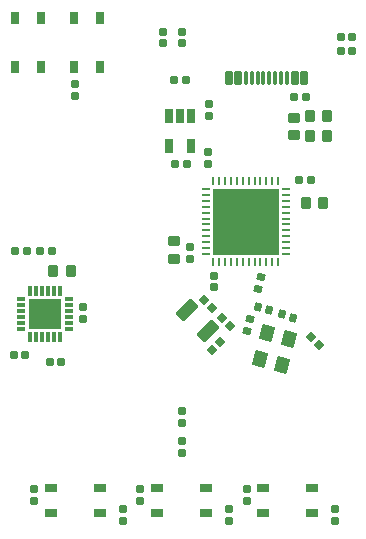
<source format=gbr>
%TF.GenerationSoftware,Altium Limited,Altium Designer,24.5.2 (23)*%
G04 Layer_Color=8421504*
%FSLAX45Y45*%
%MOMM*%
%TF.SameCoordinates,5BA462C2-C504-45FF-B61C-4F2A3F915A71*%
%TF.FilePolarity,Positive*%
%TF.FileFunction,Paste,Top*%
%TF.Part,Single*%
G01*
G75*
%TA.AperFunction,SMDPad,CuDef*%
G04:AMPARAMS|DCode=11|XSize=0.6mm|YSize=0.7mm|CornerRadius=0.075mm|HoleSize=0mm|Usage=FLASHONLY|Rotation=75.000|XOffset=0mm|YOffset=0mm|HoleType=Round|Shape=RoundedRectangle|*
%AMROUNDEDRECTD11*
21,1,0.60000,0.55000,0,0,75.0*
21,1,0.45000,0.70000,0,0,75.0*
1,1,0.15000,0.32387,0.14616*
1,1,0.15000,0.20740,-0.28851*
1,1,0.15000,-0.32387,-0.14616*
1,1,0.15000,-0.20740,0.28851*
%
%ADD11ROUNDEDRECTD11*%
%TA.AperFunction,ConnectorPad*%
%ADD12R,1.05000X0.65000*%
%TA.AperFunction,SMDPad,CuDef*%
%ADD13R,2.70000X2.60000*%
%ADD14R,0.80000X0.35000*%
%ADD15R,0.35000X0.85000*%
G04:AMPARAMS|DCode=16|XSize=0.6mm|YSize=0.7mm|CornerRadius=0.075mm|HoleSize=0mm|Usage=FLASHONLY|Rotation=180.000|XOffset=0mm|YOffset=0mm|HoleType=Round|Shape=RoundedRectangle|*
%AMROUNDEDRECTD16*
21,1,0.60000,0.55000,0,0,180.0*
21,1,0.45000,0.70000,0,0,180.0*
1,1,0.15000,-0.22500,0.27500*
1,1,0.15000,0.22500,0.27500*
1,1,0.15000,0.22500,-0.27500*
1,1,0.15000,-0.22500,-0.27500*
%
%ADD16ROUNDEDRECTD16*%
G04:AMPARAMS|DCode=17|XSize=0.6mm|YSize=0.7mm|CornerRadius=0.075mm|HoleSize=0mm|Usage=FLASHONLY|Rotation=90.000|XOffset=0mm|YOffset=0mm|HoleType=Round|Shape=RoundedRectangle|*
%AMROUNDEDRECTD17*
21,1,0.60000,0.55000,0,0,90.0*
21,1,0.45000,0.70000,0,0,90.0*
1,1,0.15000,0.27500,0.22500*
1,1,0.15000,0.27500,-0.22500*
1,1,0.15000,-0.27500,-0.22500*
1,1,0.15000,-0.27500,0.22500*
%
%ADD17ROUNDEDRECTD17*%
G04:AMPARAMS|DCode=18|XSize=0.8mm|YSize=1mm|CornerRadius=0.1mm|HoleSize=0mm|Usage=FLASHONLY|Rotation=180.000|XOffset=0mm|YOffset=0mm|HoleType=Round|Shape=RoundedRectangle|*
%AMROUNDEDRECTD18*
21,1,0.80000,0.80000,0,0,180.0*
21,1,0.60000,1.00000,0,0,180.0*
1,1,0.20000,-0.30000,0.40000*
1,1,0.20000,0.30000,0.40000*
1,1,0.20000,0.30000,-0.40000*
1,1,0.20000,-0.30000,-0.40000*
%
%ADD18ROUNDEDRECTD18*%
%ADD19O,0.25000X0.80000*%
%ADD20O,0.80000X0.25000*%
%ADD21R,5.60000X5.60000*%
G04:AMPARAMS|DCode=22|XSize=0.6mm|YSize=0.7mm|CornerRadius=0.075mm|HoleSize=0mm|Usage=FLASHONLY|Rotation=315.000|XOffset=0mm|YOffset=0mm|HoleType=Round|Shape=RoundedRectangle|*
%AMROUNDEDRECTD22*
21,1,0.60000,0.55000,0,0,315.0*
21,1,0.45000,0.70000,0,0,315.0*
1,1,0.15000,-0.03536,-0.35355*
1,1,0.15000,-0.35355,-0.03536*
1,1,0.15000,0.03536,0.35355*
1,1,0.15000,0.35355,0.03536*
%
%ADD22ROUNDEDRECTD22*%
%TA.AperFunction,TestPad*%
G04:AMPARAMS|DCode=23|XSize=0.3mm|YSize=1.15mm|CornerRadius=0.0375mm|HoleSize=0mm|Usage=FLASHONLY|Rotation=180.000|XOffset=0mm|YOffset=0mm|HoleType=Round|Shape=RoundedRectangle|*
%AMROUNDEDRECTD23*
21,1,0.30000,1.07500,0,0,180.0*
21,1,0.22500,1.15000,0,0,180.0*
1,1,0.07500,-0.11250,0.53750*
1,1,0.07500,0.11250,0.53750*
1,1,0.07500,0.11250,-0.53750*
1,1,0.07500,-0.11250,-0.53750*
%
%ADD23ROUNDEDRECTD23*%
G04:AMPARAMS|DCode=24|XSize=0.6mm|YSize=1.15mm|CornerRadius=0.075mm|HoleSize=0mm|Usage=FLASHONLY|Rotation=180.000|XOffset=0mm|YOffset=0mm|HoleType=Round|Shape=RoundedRectangle|*
%AMROUNDEDRECTD24*
21,1,0.60000,1.00000,0,0,180.0*
21,1,0.45000,1.15000,0,0,180.0*
1,1,0.15000,-0.22500,0.50000*
1,1,0.15000,0.22500,0.50000*
1,1,0.15000,0.22500,-0.50000*
1,1,0.15000,-0.22500,-0.50000*
%
%ADD24ROUNDEDRECTD24*%
%TA.AperFunction,ConnectorPad*%
%ADD25R,0.65000X1.05000*%
%TA.AperFunction,SMDPad,CuDef*%
G04:AMPARAMS|DCode=26|XSize=0.6mm|YSize=0.7mm|CornerRadius=0.075mm|HoleSize=0mm|Usage=FLASHONLY|Rotation=45.000|XOffset=0mm|YOffset=0mm|HoleType=Round|Shape=RoundedRectangle|*
%AMROUNDEDRECTD26*
21,1,0.60000,0.55000,0,0,45.0*
21,1,0.45000,0.70000,0,0,45.0*
1,1,0.15000,0.35355,-0.03536*
1,1,0.15000,0.03536,-0.35355*
1,1,0.15000,-0.35355,0.03536*
1,1,0.15000,-0.03536,0.35355*
%
%ADD26ROUNDEDRECTD26*%
G04:AMPARAMS|DCode=27|XSize=1mm|YSize=1.8mm|CornerRadius=0.05mm|HoleSize=0mm|Usage=FLASHONLY|Rotation=135.000|XOffset=0mm|YOffset=0mm|HoleType=Round|Shape=RoundedRectangle|*
%AMROUNDEDRECTD27*
21,1,1.00000,1.70000,0,0,135.0*
21,1,0.90000,1.80000,0,0,135.0*
1,1,0.10000,0.28284,0.91924*
1,1,0.10000,0.91924,0.28284*
1,1,0.10000,-0.28284,-0.91924*
1,1,0.10000,-0.91924,-0.28284*
%
%ADD27ROUNDEDRECTD27*%
G04:AMPARAMS|DCode=28|XSize=1.3mm|YSize=1.1mm|CornerRadius=0.055mm|HoleSize=0mm|Usage=FLASHONLY|Rotation=255.000|XOffset=0mm|YOffset=0mm|HoleType=Round|Shape=RoundedRectangle|*
%AMROUNDEDRECTD28*
21,1,1.30000,0.99000,0,0,255.0*
21,1,1.19000,1.10000,0,0,255.0*
1,1,0.11000,-0.63213,-0.44661*
1,1,0.11000,-0.32414,0.70284*
1,1,0.11000,0.63213,0.44661*
1,1,0.11000,0.32414,-0.70284*
%
%ADD28ROUNDEDRECTD28*%
G04:AMPARAMS|DCode=29|XSize=0.8mm|YSize=1mm|CornerRadius=0.1mm|HoleSize=0mm|Usage=FLASHONLY|Rotation=270.000|XOffset=0mm|YOffset=0mm|HoleType=Round|Shape=RoundedRectangle|*
%AMROUNDEDRECTD29*
21,1,0.80000,0.80000,0,0,270.0*
21,1,0.60000,1.00000,0,0,270.0*
1,1,0.20000,-0.40000,-0.30000*
1,1,0.20000,-0.40000,0.30000*
1,1,0.20000,0.40000,0.30000*
1,1,0.20000,0.40000,-0.30000*
%
%ADD29ROUNDEDRECTD29*%
%ADD30R,0.65000X1.25000*%
G04:AMPARAMS|DCode=31|XSize=0.6mm|YSize=0.7mm|CornerRadius=0.075mm|HoleSize=0mm|Usage=FLASHONLY|Rotation=345.000|XOffset=0mm|YOffset=0mm|HoleType=Round|Shape=RoundedRectangle|*
%AMROUNDEDRECTD31*
21,1,0.60000,0.55000,0,0,345.0*
21,1,0.45000,0.70000,0,0,345.0*
1,1,0.15000,0.14616,-0.32387*
1,1,0.15000,-0.28851,-0.20740*
1,1,0.15000,-0.14616,0.32387*
1,1,0.15000,0.28851,0.20740*
%
%ADD31ROUNDEDRECTD31*%
D11*
X7544559Y9019204D02*
D03*
X7570441Y9115797D02*
D03*
X7454959Y8662904D02*
D03*
X7480841Y8759497D02*
D03*
D12*
X8007500Y7117500D02*
D03*
X7592500D02*
D03*
X8007500Y7332499D02*
D03*
X7592500D02*
D03*
X7107500Y7117500D02*
D03*
X6692500D02*
D03*
X7107500Y7332499D02*
D03*
X6692500D02*
D03*
X6207500Y7117500D02*
D03*
X5792500D02*
D03*
X6207500Y7332499D02*
D03*
X5792500D02*
D03*
D13*
X5742500Y8805000D02*
D03*
D14*
X5942500Y8680000D02*
D03*
Y8730000D02*
D03*
Y8780000D02*
D03*
Y8830000D02*
D03*
Y8880000D02*
D03*
Y8930000D02*
D03*
X5542500Y8680000D02*
D03*
Y8730000D02*
D03*
Y8780000D02*
D03*
Y8830000D02*
D03*
Y8880000D02*
D03*
Y8930000D02*
D03*
D15*
X5867500Y9002500D02*
D03*
X5817500D02*
D03*
X5767500D02*
D03*
X5717500D02*
D03*
X5667500D02*
D03*
X5617500D02*
D03*
X5867500Y8607500D02*
D03*
X5817500D02*
D03*
X5767500D02*
D03*
X5717500D02*
D03*
X5667500D02*
D03*
X5617500D02*
D03*
D16*
X5590000Y9335000D02*
D03*
X5490000D02*
D03*
X5700000D02*
D03*
X5800000D02*
D03*
X5477500Y8457500D02*
D03*
X5577500D02*
D03*
X5882501Y8397500D02*
D03*
X5782501D02*
D03*
X7955000Y10640000D02*
D03*
X7855000D02*
D03*
X6845000Y10072500D02*
D03*
X6945000D02*
D03*
X7897500Y9942500D02*
D03*
X7997500D02*
D03*
X6837500Y10782500D02*
D03*
X6937500D02*
D03*
X8245000Y11147500D02*
D03*
X8345000D02*
D03*
X8245000Y11032500D02*
D03*
X8345000D02*
D03*
D17*
X6065000Y8865001D02*
D03*
Y8765001D02*
D03*
X5995000Y10752500D02*
D03*
Y10652500D02*
D03*
X6902500Y7879999D02*
D03*
Y7979999D02*
D03*
Y7730000D02*
D03*
Y7629999D02*
D03*
X8200000Y7050000D02*
D03*
Y7150000D02*
D03*
X5650000Y7325000D02*
D03*
Y7225000D02*
D03*
X6400000Y7050000D02*
D03*
Y7150000D02*
D03*
X6550000Y7325000D02*
D03*
Y7225000D02*
D03*
X7300000Y7050000D02*
D03*
Y7150000D02*
D03*
X7450000Y7325000D02*
D03*
Y7225000D02*
D03*
X7175800Y9029500D02*
D03*
Y9129500D02*
D03*
X7125000Y10072500D02*
D03*
Y10172500D02*
D03*
X6972600Y9270800D02*
D03*
Y9370800D02*
D03*
X7130000Y10485000D02*
D03*
Y10585000D02*
D03*
X6903750Y11096250D02*
D03*
Y11196250D02*
D03*
X6738750D02*
D03*
Y11096250D02*
D03*
D18*
X5812500Y9172500D02*
D03*
X5962500D02*
D03*
X8132500Y10477501D02*
D03*
X7982500D02*
D03*
X7950000Y9742500D02*
D03*
X8100000D02*
D03*
X7982500Y10310001D02*
D03*
X8132500D02*
D03*
D19*
X7167500Y9247500D02*
D03*
X7217500D02*
D03*
X7267500D02*
D03*
X7317500D02*
D03*
X7367500D02*
D03*
X7417500D02*
D03*
X7467500D02*
D03*
X7517500D02*
D03*
X7567500D02*
D03*
X7617500D02*
D03*
X7667500D02*
D03*
X7717500D02*
D03*
Y9927500D02*
D03*
X7667500D02*
D03*
X7617500D02*
D03*
X7567500D02*
D03*
X7517500D02*
D03*
X7467500D02*
D03*
X7417500D02*
D03*
X7367500D02*
D03*
X7317500D02*
D03*
X7267500D02*
D03*
X7217500D02*
D03*
X7167500D02*
D03*
D20*
X7782500Y9312500D02*
D03*
Y9362500D02*
D03*
Y9412500D02*
D03*
Y9462500D02*
D03*
Y9512500D02*
D03*
Y9562500D02*
D03*
Y9612500D02*
D03*
Y9662500D02*
D03*
Y9712500D02*
D03*
Y9762500D02*
D03*
Y9812500D02*
D03*
Y9862500D02*
D03*
X7102500D02*
D03*
Y9812500D02*
D03*
Y9762500D02*
D03*
Y9712500D02*
D03*
Y9662500D02*
D03*
Y9612500D02*
D03*
Y9562500D02*
D03*
Y9512500D02*
D03*
Y9462500D02*
D03*
Y9412500D02*
D03*
Y9362500D02*
D03*
Y9312500D02*
D03*
D21*
X7442500Y9587500D02*
D03*
D22*
X8062856Y8537855D02*
D03*
X7992146Y8608567D02*
D03*
X7242045Y8771956D02*
D03*
X7312756Y8701245D02*
D03*
X7089645Y8924356D02*
D03*
X7160356Y8853645D02*
D03*
D23*
X7642500Y10804751D02*
D03*
X7592500D02*
D03*
X7542500D02*
D03*
X7692500D02*
D03*
X7742500D02*
D03*
X7792500D02*
D03*
X7492500D02*
D03*
X7442500D02*
D03*
D24*
X7857500D02*
D03*
X7937500D02*
D03*
X7377500D02*
D03*
X7297500D02*
D03*
D25*
X6207500Y11307500D02*
D03*
Y10892500D02*
D03*
X5992500Y11307500D02*
D03*
Y10892500D02*
D03*
X5707500Y11307500D02*
D03*
Y10892500D02*
D03*
X5492500Y11307500D02*
D03*
Y10892500D02*
D03*
D26*
X7153145Y8498045D02*
D03*
X7223856Y8568756D02*
D03*
D27*
X6947712Y8837689D02*
D03*
X7124488Y8660912D02*
D03*
D28*
X7805327Y8594494D02*
D03*
X7621801Y8643670D02*
D03*
X7745799Y8372331D02*
D03*
X7562273Y8421506D02*
D03*
D29*
X6832900Y9270000D02*
D03*
Y9420000D02*
D03*
X7852500Y10467501D02*
D03*
Y10317501D02*
D03*
D30*
X6978601Y10229000D02*
D03*
X6790601D02*
D03*
Y10479000D02*
D03*
X6884601D02*
D03*
X6978601D02*
D03*
D31*
X7546604Y8863842D02*
D03*
X7643196Y8837960D02*
D03*
X7846396Y8774459D02*
D03*
X7749804Y8800341D02*
D03*
%TF.MD5,41468c81198ff6c81052c59f53ea9fe0*%
M02*

</source>
